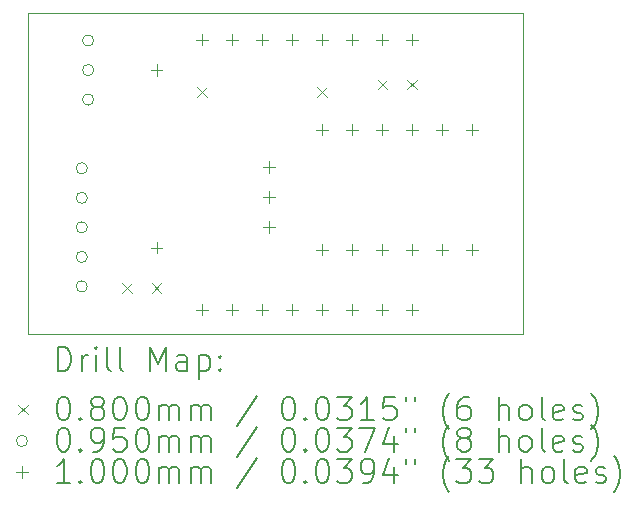
<source format=gbr>
%TF.GenerationSoftware,KiCad,Pcbnew,(6.0.8)*%
%TF.CreationDate,2022-10-25T11:26:18+02:00*%
%TF.ProjectId,MHI-AC-CTRL,4d48492d-4143-42d4-9354-524c2e6b6963,v2.3*%
%TF.SameCoordinates,Original*%
%TF.FileFunction,Drillmap*%
%TF.FilePolarity,Positive*%
%FSLAX45Y45*%
G04 Gerber Fmt 4.5, Leading zero omitted, Abs format (unit mm)*
G04 Created by KiCad (PCBNEW (6.0.8)) date 2022-10-25 11:26:18*
%MOMM*%
%LPD*%
G01*
G04 APERTURE LIST*
%ADD10C,0.100000*%
%ADD11C,0.200000*%
%ADD12C,0.080000*%
%ADD13C,0.095000*%
G04 APERTURE END LIST*
D10*
X12115800Y-6426200D02*
X7924800Y-6426200D01*
X7924800Y-3708400D02*
X12115800Y-3708400D01*
X7924800Y-6426200D02*
X7924800Y-3708400D01*
X12115800Y-3708400D02*
X12115800Y-6426200D01*
D11*
D12*
X8723000Y-6000120D02*
X8803000Y-6080120D01*
X8803000Y-6000120D02*
X8723000Y-6080120D01*
X8973000Y-6000120D02*
X9053000Y-6080120D01*
X9053000Y-6000120D02*
X8973000Y-6080120D01*
X9358000Y-4341500D02*
X9438000Y-4421500D01*
X9438000Y-4341500D02*
X9358000Y-4421500D01*
X10374000Y-4341500D02*
X10454000Y-4421500D01*
X10454000Y-4341500D02*
X10374000Y-4421500D01*
X10886000Y-4278000D02*
X10966000Y-4358000D01*
X10966000Y-4278000D02*
X10886000Y-4358000D01*
X11136000Y-4278000D02*
X11216000Y-4358000D01*
X11216000Y-4278000D02*
X11136000Y-4358000D01*
D13*
X8426120Y-5027040D02*
G75*
G03*
X8426120Y-5027040I-47500J0D01*
G01*
X8426120Y-5277040D02*
G75*
G03*
X8426120Y-5277040I-47500J0D01*
G01*
X8426120Y-5527040D02*
G75*
G03*
X8426120Y-5527040I-47500J0D01*
G01*
X8426120Y-5777040D02*
G75*
G03*
X8426120Y-5777040I-47500J0D01*
G01*
X8426120Y-6027040D02*
G75*
G03*
X8426120Y-6027040I-47500J0D01*
G01*
X8479860Y-3945000D02*
G75*
G03*
X8479860Y-3945000I-47500J0D01*
G01*
X8479860Y-4195000D02*
G75*
G03*
X8479860Y-4195000I-47500J0D01*
G01*
X8479860Y-4445000D02*
G75*
G03*
X8479860Y-4445000I-47500J0D01*
G01*
D10*
X9011920Y-4147920D02*
X9011920Y-4247920D01*
X8961920Y-4197920D02*
X9061920Y-4197920D01*
X9011920Y-5647920D02*
X9011920Y-5747920D01*
X8961920Y-5697920D02*
X9061920Y-5697920D01*
X9398000Y-3887000D02*
X9398000Y-3987000D01*
X9348000Y-3937000D02*
X9448000Y-3937000D01*
X9398000Y-6173000D02*
X9398000Y-6273000D01*
X9348000Y-6223000D02*
X9448000Y-6223000D01*
X9652000Y-3887000D02*
X9652000Y-3987000D01*
X9602000Y-3937000D02*
X9702000Y-3937000D01*
X9652000Y-6173000D02*
X9652000Y-6273000D01*
X9602000Y-6223000D02*
X9702000Y-6223000D01*
X9906000Y-3887000D02*
X9906000Y-3987000D01*
X9856000Y-3937000D02*
X9956000Y-3937000D01*
X9906000Y-6173000D02*
X9906000Y-6273000D01*
X9856000Y-6223000D02*
X9956000Y-6223000D01*
X9966960Y-4969040D02*
X9966960Y-5069040D01*
X9916960Y-5019040D02*
X10016960Y-5019040D01*
X9966960Y-5223040D02*
X9966960Y-5323040D01*
X9916960Y-5273040D02*
X10016960Y-5273040D01*
X9966960Y-5477040D02*
X9966960Y-5577040D01*
X9916960Y-5527040D02*
X10016960Y-5527040D01*
X10160000Y-3887000D02*
X10160000Y-3987000D01*
X10110000Y-3937000D02*
X10210000Y-3937000D01*
X10160000Y-6173000D02*
X10160000Y-6273000D01*
X10110000Y-6223000D02*
X10210000Y-6223000D01*
X10414000Y-3887000D02*
X10414000Y-3987000D01*
X10364000Y-3937000D02*
X10464000Y-3937000D01*
X10414000Y-4649000D02*
X10414000Y-4749000D01*
X10364000Y-4699000D02*
X10464000Y-4699000D01*
X10414000Y-5665000D02*
X10414000Y-5765000D01*
X10364000Y-5715000D02*
X10464000Y-5715000D01*
X10414000Y-6173000D02*
X10414000Y-6273000D01*
X10364000Y-6223000D02*
X10464000Y-6223000D01*
X10668000Y-3887000D02*
X10668000Y-3987000D01*
X10618000Y-3937000D02*
X10718000Y-3937000D01*
X10668000Y-4649000D02*
X10668000Y-4749000D01*
X10618000Y-4699000D02*
X10718000Y-4699000D01*
X10668000Y-5665000D02*
X10668000Y-5765000D01*
X10618000Y-5715000D02*
X10718000Y-5715000D01*
X10668000Y-6173000D02*
X10668000Y-6273000D01*
X10618000Y-6223000D02*
X10718000Y-6223000D01*
X10922000Y-3887000D02*
X10922000Y-3987000D01*
X10872000Y-3937000D02*
X10972000Y-3937000D01*
X10922000Y-4649000D02*
X10922000Y-4749000D01*
X10872000Y-4699000D02*
X10972000Y-4699000D01*
X10922000Y-5665000D02*
X10922000Y-5765000D01*
X10872000Y-5715000D02*
X10972000Y-5715000D01*
X10922000Y-6173000D02*
X10922000Y-6273000D01*
X10872000Y-6223000D02*
X10972000Y-6223000D01*
X11176000Y-3887000D02*
X11176000Y-3987000D01*
X11126000Y-3937000D02*
X11226000Y-3937000D01*
X11176000Y-4649000D02*
X11176000Y-4749000D01*
X11126000Y-4699000D02*
X11226000Y-4699000D01*
X11176000Y-5665000D02*
X11176000Y-5765000D01*
X11126000Y-5715000D02*
X11226000Y-5715000D01*
X11176000Y-6173000D02*
X11176000Y-6273000D01*
X11126000Y-6223000D02*
X11226000Y-6223000D01*
X11430000Y-4649000D02*
X11430000Y-4749000D01*
X11380000Y-4699000D02*
X11480000Y-4699000D01*
X11430000Y-5665000D02*
X11430000Y-5765000D01*
X11380000Y-5715000D02*
X11480000Y-5715000D01*
X11684000Y-4649000D02*
X11684000Y-4749000D01*
X11634000Y-4699000D02*
X11734000Y-4699000D01*
X11684000Y-5665000D02*
X11684000Y-5765000D01*
X11634000Y-5715000D02*
X11734000Y-5715000D01*
D11*
X8177419Y-6741676D02*
X8177419Y-6541676D01*
X8225038Y-6541676D01*
X8253609Y-6551200D01*
X8272657Y-6570248D01*
X8282181Y-6589295D01*
X8291705Y-6627390D01*
X8291705Y-6655962D01*
X8282181Y-6694057D01*
X8272657Y-6713105D01*
X8253609Y-6732152D01*
X8225038Y-6741676D01*
X8177419Y-6741676D01*
X8377419Y-6741676D02*
X8377419Y-6608343D01*
X8377419Y-6646438D02*
X8386943Y-6627390D01*
X8396467Y-6617867D01*
X8415514Y-6608343D01*
X8434562Y-6608343D01*
X8501229Y-6741676D02*
X8501229Y-6608343D01*
X8501229Y-6541676D02*
X8491705Y-6551200D01*
X8501229Y-6560724D01*
X8510752Y-6551200D01*
X8501229Y-6541676D01*
X8501229Y-6560724D01*
X8625038Y-6741676D02*
X8605990Y-6732152D01*
X8596467Y-6713105D01*
X8596467Y-6541676D01*
X8729800Y-6741676D02*
X8710752Y-6732152D01*
X8701229Y-6713105D01*
X8701229Y-6541676D01*
X8958371Y-6741676D02*
X8958371Y-6541676D01*
X9025038Y-6684533D01*
X9091705Y-6541676D01*
X9091705Y-6741676D01*
X9272657Y-6741676D02*
X9272657Y-6636914D01*
X9263133Y-6617867D01*
X9244086Y-6608343D01*
X9205990Y-6608343D01*
X9186943Y-6617867D01*
X9272657Y-6732152D02*
X9253610Y-6741676D01*
X9205990Y-6741676D01*
X9186943Y-6732152D01*
X9177419Y-6713105D01*
X9177419Y-6694057D01*
X9186943Y-6675009D01*
X9205990Y-6665486D01*
X9253610Y-6665486D01*
X9272657Y-6655962D01*
X9367895Y-6608343D02*
X9367895Y-6808343D01*
X9367895Y-6617867D02*
X9386943Y-6608343D01*
X9425038Y-6608343D01*
X9444086Y-6617867D01*
X9453610Y-6627390D01*
X9463133Y-6646438D01*
X9463133Y-6703581D01*
X9453610Y-6722628D01*
X9444086Y-6732152D01*
X9425038Y-6741676D01*
X9386943Y-6741676D01*
X9367895Y-6732152D01*
X9548848Y-6722628D02*
X9558371Y-6732152D01*
X9548848Y-6741676D01*
X9539324Y-6732152D01*
X9548848Y-6722628D01*
X9548848Y-6741676D01*
X9548848Y-6617867D02*
X9558371Y-6627390D01*
X9548848Y-6636914D01*
X9539324Y-6627390D01*
X9548848Y-6617867D01*
X9548848Y-6636914D01*
D12*
X7839800Y-7031200D02*
X7919800Y-7111200D01*
X7919800Y-7031200D02*
X7839800Y-7111200D01*
D11*
X8215514Y-6961676D02*
X8234562Y-6961676D01*
X8253609Y-6971200D01*
X8263133Y-6980724D01*
X8272657Y-6999771D01*
X8282181Y-7037867D01*
X8282181Y-7085486D01*
X8272657Y-7123581D01*
X8263133Y-7142628D01*
X8253609Y-7152152D01*
X8234562Y-7161676D01*
X8215514Y-7161676D01*
X8196467Y-7152152D01*
X8186943Y-7142628D01*
X8177419Y-7123581D01*
X8167895Y-7085486D01*
X8167895Y-7037867D01*
X8177419Y-6999771D01*
X8186943Y-6980724D01*
X8196467Y-6971200D01*
X8215514Y-6961676D01*
X8367895Y-7142628D02*
X8377419Y-7152152D01*
X8367895Y-7161676D01*
X8358371Y-7152152D01*
X8367895Y-7142628D01*
X8367895Y-7161676D01*
X8491705Y-7047390D02*
X8472657Y-7037867D01*
X8463133Y-7028343D01*
X8453610Y-7009295D01*
X8453610Y-6999771D01*
X8463133Y-6980724D01*
X8472657Y-6971200D01*
X8491705Y-6961676D01*
X8529800Y-6961676D01*
X8548848Y-6971200D01*
X8558371Y-6980724D01*
X8567895Y-6999771D01*
X8567895Y-7009295D01*
X8558371Y-7028343D01*
X8548848Y-7037867D01*
X8529800Y-7047390D01*
X8491705Y-7047390D01*
X8472657Y-7056914D01*
X8463133Y-7066438D01*
X8453610Y-7085486D01*
X8453610Y-7123581D01*
X8463133Y-7142628D01*
X8472657Y-7152152D01*
X8491705Y-7161676D01*
X8529800Y-7161676D01*
X8548848Y-7152152D01*
X8558371Y-7142628D01*
X8567895Y-7123581D01*
X8567895Y-7085486D01*
X8558371Y-7066438D01*
X8548848Y-7056914D01*
X8529800Y-7047390D01*
X8691705Y-6961676D02*
X8710752Y-6961676D01*
X8729800Y-6971200D01*
X8739324Y-6980724D01*
X8748848Y-6999771D01*
X8758371Y-7037867D01*
X8758371Y-7085486D01*
X8748848Y-7123581D01*
X8739324Y-7142628D01*
X8729800Y-7152152D01*
X8710752Y-7161676D01*
X8691705Y-7161676D01*
X8672657Y-7152152D01*
X8663133Y-7142628D01*
X8653610Y-7123581D01*
X8644086Y-7085486D01*
X8644086Y-7037867D01*
X8653610Y-6999771D01*
X8663133Y-6980724D01*
X8672657Y-6971200D01*
X8691705Y-6961676D01*
X8882181Y-6961676D02*
X8901229Y-6961676D01*
X8920276Y-6971200D01*
X8929800Y-6980724D01*
X8939324Y-6999771D01*
X8948848Y-7037867D01*
X8948848Y-7085486D01*
X8939324Y-7123581D01*
X8929800Y-7142628D01*
X8920276Y-7152152D01*
X8901229Y-7161676D01*
X8882181Y-7161676D01*
X8863133Y-7152152D01*
X8853610Y-7142628D01*
X8844086Y-7123581D01*
X8834562Y-7085486D01*
X8834562Y-7037867D01*
X8844086Y-6999771D01*
X8853610Y-6980724D01*
X8863133Y-6971200D01*
X8882181Y-6961676D01*
X9034562Y-7161676D02*
X9034562Y-7028343D01*
X9034562Y-7047390D02*
X9044086Y-7037867D01*
X9063133Y-7028343D01*
X9091705Y-7028343D01*
X9110752Y-7037867D01*
X9120276Y-7056914D01*
X9120276Y-7161676D01*
X9120276Y-7056914D02*
X9129800Y-7037867D01*
X9148848Y-7028343D01*
X9177419Y-7028343D01*
X9196467Y-7037867D01*
X9205990Y-7056914D01*
X9205990Y-7161676D01*
X9301229Y-7161676D02*
X9301229Y-7028343D01*
X9301229Y-7047390D02*
X9310752Y-7037867D01*
X9329800Y-7028343D01*
X9358371Y-7028343D01*
X9377419Y-7037867D01*
X9386943Y-7056914D01*
X9386943Y-7161676D01*
X9386943Y-7056914D02*
X9396467Y-7037867D01*
X9415514Y-7028343D01*
X9444086Y-7028343D01*
X9463133Y-7037867D01*
X9472657Y-7056914D01*
X9472657Y-7161676D01*
X9863133Y-6952152D02*
X9691705Y-7209295D01*
X10120276Y-6961676D02*
X10139324Y-6961676D01*
X10158371Y-6971200D01*
X10167895Y-6980724D01*
X10177419Y-6999771D01*
X10186943Y-7037867D01*
X10186943Y-7085486D01*
X10177419Y-7123581D01*
X10167895Y-7142628D01*
X10158371Y-7152152D01*
X10139324Y-7161676D01*
X10120276Y-7161676D01*
X10101229Y-7152152D01*
X10091705Y-7142628D01*
X10082181Y-7123581D01*
X10072657Y-7085486D01*
X10072657Y-7037867D01*
X10082181Y-6999771D01*
X10091705Y-6980724D01*
X10101229Y-6971200D01*
X10120276Y-6961676D01*
X10272657Y-7142628D02*
X10282181Y-7152152D01*
X10272657Y-7161676D01*
X10263133Y-7152152D01*
X10272657Y-7142628D01*
X10272657Y-7161676D01*
X10405990Y-6961676D02*
X10425038Y-6961676D01*
X10444086Y-6971200D01*
X10453610Y-6980724D01*
X10463133Y-6999771D01*
X10472657Y-7037867D01*
X10472657Y-7085486D01*
X10463133Y-7123581D01*
X10453610Y-7142628D01*
X10444086Y-7152152D01*
X10425038Y-7161676D01*
X10405990Y-7161676D01*
X10386943Y-7152152D01*
X10377419Y-7142628D01*
X10367895Y-7123581D01*
X10358371Y-7085486D01*
X10358371Y-7037867D01*
X10367895Y-6999771D01*
X10377419Y-6980724D01*
X10386943Y-6971200D01*
X10405990Y-6961676D01*
X10539324Y-6961676D02*
X10663133Y-6961676D01*
X10596467Y-7037867D01*
X10625038Y-7037867D01*
X10644086Y-7047390D01*
X10653610Y-7056914D01*
X10663133Y-7075962D01*
X10663133Y-7123581D01*
X10653610Y-7142628D01*
X10644086Y-7152152D01*
X10625038Y-7161676D01*
X10567895Y-7161676D01*
X10548848Y-7152152D01*
X10539324Y-7142628D01*
X10853610Y-7161676D02*
X10739324Y-7161676D01*
X10796467Y-7161676D02*
X10796467Y-6961676D01*
X10777419Y-6990248D01*
X10758371Y-7009295D01*
X10739324Y-7018819D01*
X11034562Y-6961676D02*
X10939324Y-6961676D01*
X10929800Y-7056914D01*
X10939324Y-7047390D01*
X10958371Y-7037867D01*
X11005990Y-7037867D01*
X11025038Y-7047390D01*
X11034562Y-7056914D01*
X11044086Y-7075962D01*
X11044086Y-7123581D01*
X11034562Y-7142628D01*
X11025038Y-7152152D01*
X11005990Y-7161676D01*
X10958371Y-7161676D01*
X10939324Y-7152152D01*
X10929800Y-7142628D01*
X11120276Y-6961676D02*
X11120276Y-6999771D01*
X11196467Y-6961676D02*
X11196467Y-6999771D01*
X11491705Y-7237867D02*
X11482181Y-7228343D01*
X11463133Y-7199771D01*
X11453609Y-7180724D01*
X11444086Y-7152152D01*
X11434562Y-7104533D01*
X11434562Y-7066438D01*
X11444086Y-7018819D01*
X11453609Y-6990248D01*
X11463133Y-6971200D01*
X11482181Y-6942628D01*
X11491705Y-6933105D01*
X11653609Y-6961676D02*
X11615514Y-6961676D01*
X11596467Y-6971200D01*
X11586943Y-6980724D01*
X11567895Y-7009295D01*
X11558371Y-7047390D01*
X11558371Y-7123581D01*
X11567895Y-7142628D01*
X11577419Y-7152152D01*
X11596467Y-7161676D01*
X11634562Y-7161676D01*
X11653609Y-7152152D01*
X11663133Y-7142628D01*
X11672657Y-7123581D01*
X11672657Y-7075962D01*
X11663133Y-7056914D01*
X11653609Y-7047390D01*
X11634562Y-7037867D01*
X11596467Y-7037867D01*
X11577419Y-7047390D01*
X11567895Y-7056914D01*
X11558371Y-7075962D01*
X11910752Y-7161676D02*
X11910752Y-6961676D01*
X11996467Y-7161676D02*
X11996467Y-7056914D01*
X11986943Y-7037867D01*
X11967895Y-7028343D01*
X11939324Y-7028343D01*
X11920276Y-7037867D01*
X11910752Y-7047390D01*
X12120276Y-7161676D02*
X12101228Y-7152152D01*
X12091705Y-7142628D01*
X12082181Y-7123581D01*
X12082181Y-7066438D01*
X12091705Y-7047390D01*
X12101228Y-7037867D01*
X12120276Y-7028343D01*
X12148848Y-7028343D01*
X12167895Y-7037867D01*
X12177419Y-7047390D01*
X12186943Y-7066438D01*
X12186943Y-7123581D01*
X12177419Y-7142628D01*
X12167895Y-7152152D01*
X12148848Y-7161676D01*
X12120276Y-7161676D01*
X12301228Y-7161676D02*
X12282181Y-7152152D01*
X12272657Y-7133105D01*
X12272657Y-6961676D01*
X12453609Y-7152152D02*
X12434562Y-7161676D01*
X12396467Y-7161676D01*
X12377419Y-7152152D01*
X12367895Y-7133105D01*
X12367895Y-7056914D01*
X12377419Y-7037867D01*
X12396467Y-7028343D01*
X12434562Y-7028343D01*
X12453609Y-7037867D01*
X12463133Y-7056914D01*
X12463133Y-7075962D01*
X12367895Y-7095009D01*
X12539324Y-7152152D02*
X12558371Y-7161676D01*
X12596467Y-7161676D01*
X12615514Y-7152152D01*
X12625038Y-7133105D01*
X12625038Y-7123581D01*
X12615514Y-7104533D01*
X12596467Y-7095009D01*
X12567895Y-7095009D01*
X12548848Y-7085486D01*
X12539324Y-7066438D01*
X12539324Y-7056914D01*
X12548848Y-7037867D01*
X12567895Y-7028343D01*
X12596467Y-7028343D01*
X12615514Y-7037867D01*
X12691705Y-7237867D02*
X12701228Y-7228343D01*
X12720276Y-7199771D01*
X12729800Y-7180724D01*
X12739324Y-7152152D01*
X12748848Y-7104533D01*
X12748848Y-7066438D01*
X12739324Y-7018819D01*
X12729800Y-6990248D01*
X12720276Y-6971200D01*
X12701228Y-6942628D01*
X12691705Y-6933105D01*
D13*
X7919800Y-7335200D02*
G75*
G03*
X7919800Y-7335200I-47500J0D01*
G01*
D11*
X8215514Y-7225676D02*
X8234562Y-7225676D01*
X8253609Y-7235200D01*
X8263133Y-7244724D01*
X8272657Y-7263771D01*
X8282181Y-7301867D01*
X8282181Y-7349486D01*
X8272657Y-7387581D01*
X8263133Y-7406628D01*
X8253609Y-7416152D01*
X8234562Y-7425676D01*
X8215514Y-7425676D01*
X8196467Y-7416152D01*
X8186943Y-7406628D01*
X8177419Y-7387581D01*
X8167895Y-7349486D01*
X8167895Y-7301867D01*
X8177419Y-7263771D01*
X8186943Y-7244724D01*
X8196467Y-7235200D01*
X8215514Y-7225676D01*
X8367895Y-7406628D02*
X8377419Y-7416152D01*
X8367895Y-7425676D01*
X8358371Y-7416152D01*
X8367895Y-7406628D01*
X8367895Y-7425676D01*
X8472657Y-7425676D02*
X8510752Y-7425676D01*
X8529800Y-7416152D01*
X8539324Y-7406628D01*
X8558371Y-7378057D01*
X8567895Y-7339962D01*
X8567895Y-7263771D01*
X8558371Y-7244724D01*
X8548848Y-7235200D01*
X8529800Y-7225676D01*
X8491705Y-7225676D01*
X8472657Y-7235200D01*
X8463133Y-7244724D01*
X8453610Y-7263771D01*
X8453610Y-7311390D01*
X8463133Y-7330438D01*
X8472657Y-7339962D01*
X8491705Y-7349486D01*
X8529800Y-7349486D01*
X8548848Y-7339962D01*
X8558371Y-7330438D01*
X8567895Y-7311390D01*
X8748848Y-7225676D02*
X8653610Y-7225676D01*
X8644086Y-7320914D01*
X8653610Y-7311390D01*
X8672657Y-7301867D01*
X8720276Y-7301867D01*
X8739324Y-7311390D01*
X8748848Y-7320914D01*
X8758371Y-7339962D01*
X8758371Y-7387581D01*
X8748848Y-7406628D01*
X8739324Y-7416152D01*
X8720276Y-7425676D01*
X8672657Y-7425676D01*
X8653610Y-7416152D01*
X8644086Y-7406628D01*
X8882181Y-7225676D02*
X8901229Y-7225676D01*
X8920276Y-7235200D01*
X8929800Y-7244724D01*
X8939324Y-7263771D01*
X8948848Y-7301867D01*
X8948848Y-7349486D01*
X8939324Y-7387581D01*
X8929800Y-7406628D01*
X8920276Y-7416152D01*
X8901229Y-7425676D01*
X8882181Y-7425676D01*
X8863133Y-7416152D01*
X8853610Y-7406628D01*
X8844086Y-7387581D01*
X8834562Y-7349486D01*
X8834562Y-7301867D01*
X8844086Y-7263771D01*
X8853610Y-7244724D01*
X8863133Y-7235200D01*
X8882181Y-7225676D01*
X9034562Y-7425676D02*
X9034562Y-7292343D01*
X9034562Y-7311390D02*
X9044086Y-7301867D01*
X9063133Y-7292343D01*
X9091705Y-7292343D01*
X9110752Y-7301867D01*
X9120276Y-7320914D01*
X9120276Y-7425676D01*
X9120276Y-7320914D02*
X9129800Y-7301867D01*
X9148848Y-7292343D01*
X9177419Y-7292343D01*
X9196467Y-7301867D01*
X9205990Y-7320914D01*
X9205990Y-7425676D01*
X9301229Y-7425676D02*
X9301229Y-7292343D01*
X9301229Y-7311390D02*
X9310752Y-7301867D01*
X9329800Y-7292343D01*
X9358371Y-7292343D01*
X9377419Y-7301867D01*
X9386943Y-7320914D01*
X9386943Y-7425676D01*
X9386943Y-7320914D02*
X9396467Y-7301867D01*
X9415514Y-7292343D01*
X9444086Y-7292343D01*
X9463133Y-7301867D01*
X9472657Y-7320914D01*
X9472657Y-7425676D01*
X9863133Y-7216152D02*
X9691705Y-7473295D01*
X10120276Y-7225676D02*
X10139324Y-7225676D01*
X10158371Y-7235200D01*
X10167895Y-7244724D01*
X10177419Y-7263771D01*
X10186943Y-7301867D01*
X10186943Y-7349486D01*
X10177419Y-7387581D01*
X10167895Y-7406628D01*
X10158371Y-7416152D01*
X10139324Y-7425676D01*
X10120276Y-7425676D01*
X10101229Y-7416152D01*
X10091705Y-7406628D01*
X10082181Y-7387581D01*
X10072657Y-7349486D01*
X10072657Y-7301867D01*
X10082181Y-7263771D01*
X10091705Y-7244724D01*
X10101229Y-7235200D01*
X10120276Y-7225676D01*
X10272657Y-7406628D02*
X10282181Y-7416152D01*
X10272657Y-7425676D01*
X10263133Y-7416152D01*
X10272657Y-7406628D01*
X10272657Y-7425676D01*
X10405990Y-7225676D02*
X10425038Y-7225676D01*
X10444086Y-7235200D01*
X10453610Y-7244724D01*
X10463133Y-7263771D01*
X10472657Y-7301867D01*
X10472657Y-7349486D01*
X10463133Y-7387581D01*
X10453610Y-7406628D01*
X10444086Y-7416152D01*
X10425038Y-7425676D01*
X10405990Y-7425676D01*
X10386943Y-7416152D01*
X10377419Y-7406628D01*
X10367895Y-7387581D01*
X10358371Y-7349486D01*
X10358371Y-7301867D01*
X10367895Y-7263771D01*
X10377419Y-7244724D01*
X10386943Y-7235200D01*
X10405990Y-7225676D01*
X10539324Y-7225676D02*
X10663133Y-7225676D01*
X10596467Y-7301867D01*
X10625038Y-7301867D01*
X10644086Y-7311390D01*
X10653610Y-7320914D01*
X10663133Y-7339962D01*
X10663133Y-7387581D01*
X10653610Y-7406628D01*
X10644086Y-7416152D01*
X10625038Y-7425676D01*
X10567895Y-7425676D01*
X10548848Y-7416152D01*
X10539324Y-7406628D01*
X10729800Y-7225676D02*
X10863133Y-7225676D01*
X10777419Y-7425676D01*
X11025038Y-7292343D02*
X11025038Y-7425676D01*
X10977419Y-7216152D02*
X10929800Y-7359009D01*
X11053610Y-7359009D01*
X11120276Y-7225676D02*
X11120276Y-7263771D01*
X11196467Y-7225676D02*
X11196467Y-7263771D01*
X11491705Y-7501867D02*
X11482181Y-7492343D01*
X11463133Y-7463771D01*
X11453609Y-7444724D01*
X11444086Y-7416152D01*
X11434562Y-7368533D01*
X11434562Y-7330438D01*
X11444086Y-7282819D01*
X11453609Y-7254248D01*
X11463133Y-7235200D01*
X11482181Y-7206628D01*
X11491705Y-7197105D01*
X11596467Y-7311390D02*
X11577419Y-7301867D01*
X11567895Y-7292343D01*
X11558371Y-7273295D01*
X11558371Y-7263771D01*
X11567895Y-7244724D01*
X11577419Y-7235200D01*
X11596467Y-7225676D01*
X11634562Y-7225676D01*
X11653609Y-7235200D01*
X11663133Y-7244724D01*
X11672657Y-7263771D01*
X11672657Y-7273295D01*
X11663133Y-7292343D01*
X11653609Y-7301867D01*
X11634562Y-7311390D01*
X11596467Y-7311390D01*
X11577419Y-7320914D01*
X11567895Y-7330438D01*
X11558371Y-7349486D01*
X11558371Y-7387581D01*
X11567895Y-7406628D01*
X11577419Y-7416152D01*
X11596467Y-7425676D01*
X11634562Y-7425676D01*
X11653609Y-7416152D01*
X11663133Y-7406628D01*
X11672657Y-7387581D01*
X11672657Y-7349486D01*
X11663133Y-7330438D01*
X11653609Y-7320914D01*
X11634562Y-7311390D01*
X11910752Y-7425676D02*
X11910752Y-7225676D01*
X11996467Y-7425676D02*
X11996467Y-7320914D01*
X11986943Y-7301867D01*
X11967895Y-7292343D01*
X11939324Y-7292343D01*
X11920276Y-7301867D01*
X11910752Y-7311390D01*
X12120276Y-7425676D02*
X12101228Y-7416152D01*
X12091705Y-7406628D01*
X12082181Y-7387581D01*
X12082181Y-7330438D01*
X12091705Y-7311390D01*
X12101228Y-7301867D01*
X12120276Y-7292343D01*
X12148848Y-7292343D01*
X12167895Y-7301867D01*
X12177419Y-7311390D01*
X12186943Y-7330438D01*
X12186943Y-7387581D01*
X12177419Y-7406628D01*
X12167895Y-7416152D01*
X12148848Y-7425676D01*
X12120276Y-7425676D01*
X12301228Y-7425676D02*
X12282181Y-7416152D01*
X12272657Y-7397105D01*
X12272657Y-7225676D01*
X12453609Y-7416152D02*
X12434562Y-7425676D01*
X12396467Y-7425676D01*
X12377419Y-7416152D01*
X12367895Y-7397105D01*
X12367895Y-7320914D01*
X12377419Y-7301867D01*
X12396467Y-7292343D01*
X12434562Y-7292343D01*
X12453609Y-7301867D01*
X12463133Y-7320914D01*
X12463133Y-7339962D01*
X12367895Y-7359009D01*
X12539324Y-7416152D02*
X12558371Y-7425676D01*
X12596467Y-7425676D01*
X12615514Y-7416152D01*
X12625038Y-7397105D01*
X12625038Y-7387581D01*
X12615514Y-7368533D01*
X12596467Y-7359009D01*
X12567895Y-7359009D01*
X12548848Y-7349486D01*
X12539324Y-7330438D01*
X12539324Y-7320914D01*
X12548848Y-7301867D01*
X12567895Y-7292343D01*
X12596467Y-7292343D01*
X12615514Y-7301867D01*
X12691705Y-7501867D02*
X12701228Y-7492343D01*
X12720276Y-7463771D01*
X12729800Y-7444724D01*
X12739324Y-7416152D01*
X12748848Y-7368533D01*
X12748848Y-7330438D01*
X12739324Y-7282819D01*
X12729800Y-7254248D01*
X12720276Y-7235200D01*
X12701228Y-7206628D01*
X12691705Y-7197105D01*
D10*
X7869800Y-7549200D02*
X7869800Y-7649200D01*
X7819800Y-7599200D02*
X7919800Y-7599200D01*
D11*
X8282181Y-7689676D02*
X8167895Y-7689676D01*
X8225038Y-7689676D02*
X8225038Y-7489676D01*
X8205990Y-7518248D01*
X8186943Y-7537295D01*
X8167895Y-7546819D01*
X8367895Y-7670628D02*
X8377419Y-7680152D01*
X8367895Y-7689676D01*
X8358371Y-7680152D01*
X8367895Y-7670628D01*
X8367895Y-7689676D01*
X8501229Y-7489676D02*
X8520276Y-7489676D01*
X8539324Y-7499200D01*
X8548848Y-7508724D01*
X8558371Y-7527771D01*
X8567895Y-7565867D01*
X8567895Y-7613486D01*
X8558371Y-7651581D01*
X8548848Y-7670628D01*
X8539324Y-7680152D01*
X8520276Y-7689676D01*
X8501229Y-7689676D01*
X8482181Y-7680152D01*
X8472657Y-7670628D01*
X8463133Y-7651581D01*
X8453610Y-7613486D01*
X8453610Y-7565867D01*
X8463133Y-7527771D01*
X8472657Y-7508724D01*
X8482181Y-7499200D01*
X8501229Y-7489676D01*
X8691705Y-7489676D02*
X8710752Y-7489676D01*
X8729800Y-7499200D01*
X8739324Y-7508724D01*
X8748848Y-7527771D01*
X8758371Y-7565867D01*
X8758371Y-7613486D01*
X8748848Y-7651581D01*
X8739324Y-7670628D01*
X8729800Y-7680152D01*
X8710752Y-7689676D01*
X8691705Y-7689676D01*
X8672657Y-7680152D01*
X8663133Y-7670628D01*
X8653610Y-7651581D01*
X8644086Y-7613486D01*
X8644086Y-7565867D01*
X8653610Y-7527771D01*
X8663133Y-7508724D01*
X8672657Y-7499200D01*
X8691705Y-7489676D01*
X8882181Y-7489676D02*
X8901229Y-7489676D01*
X8920276Y-7499200D01*
X8929800Y-7508724D01*
X8939324Y-7527771D01*
X8948848Y-7565867D01*
X8948848Y-7613486D01*
X8939324Y-7651581D01*
X8929800Y-7670628D01*
X8920276Y-7680152D01*
X8901229Y-7689676D01*
X8882181Y-7689676D01*
X8863133Y-7680152D01*
X8853610Y-7670628D01*
X8844086Y-7651581D01*
X8834562Y-7613486D01*
X8834562Y-7565867D01*
X8844086Y-7527771D01*
X8853610Y-7508724D01*
X8863133Y-7499200D01*
X8882181Y-7489676D01*
X9034562Y-7689676D02*
X9034562Y-7556343D01*
X9034562Y-7575390D02*
X9044086Y-7565867D01*
X9063133Y-7556343D01*
X9091705Y-7556343D01*
X9110752Y-7565867D01*
X9120276Y-7584914D01*
X9120276Y-7689676D01*
X9120276Y-7584914D02*
X9129800Y-7565867D01*
X9148848Y-7556343D01*
X9177419Y-7556343D01*
X9196467Y-7565867D01*
X9205990Y-7584914D01*
X9205990Y-7689676D01*
X9301229Y-7689676D02*
X9301229Y-7556343D01*
X9301229Y-7575390D02*
X9310752Y-7565867D01*
X9329800Y-7556343D01*
X9358371Y-7556343D01*
X9377419Y-7565867D01*
X9386943Y-7584914D01*
X9386943Y-7689676D01*
X9386943Y-7584914D02*
X9396467Y-7565867D01*
X9415514Y-7556343D01*
X9444086Y-7556343D01*
X9463133Y-7565867D01*
X9472657Y-7584914D01*
X9472657Y-7689676D01*
X9863133Y-7480152D02*
X9691705Y-7737295D01*
X10120276Y-7489676D02*
X10139324Y-7489676D01*
X10158371Y-7499200D01*
X10167895Y-7508724D01*
X10177419Y-7527771D01*
X10186943Y-7565867D01*
X10186943Y-7613486D01*
X10177419Y-7651581D01*
X10167895Y-7670628D01*
X10158371Y-7680152D01*
X10139324Y-7689676D01*
X10120276Y-7689676D01*
X10101229Y-7680152D01*
X10091705Y-7670628D01*
X10082181Y-7651581D01*
X10072657Y-7613486D01*
X10072657Y-7565867D01*
X10082181Y-7527771D01*
X10091705Y-7508724D01*
X10101229Y-7499200D01*
X10120276Y-7489676D01*
X10272657Y-7670628D02*
X10282181Y-7680152D01*
X10272657Y-7689676D01*
X10263133Y-7680152D01*
X10272657Y-7670628D01*
X10272657Y-7689676D01*
X10405990Y-7489676D02*
X10425038Y-7489676D01*
X10444086Y-7499200D01*
X10453610Y-7508724D01*
X10463133Y-7527771D01*
X10472657Y-7565867D01*
X10472657Y-7613486D01*
X10463133Y-7651581D01*
X10453610Y-7670628D01*
X10444086Y-7680152D01*
X10425038Y-7689676D01*
X10405990Y-7689676D01*
X10386943Y-7680152D01*
X10377419Y-7670628D01*
X10367895Y-7651581D01*
X10358371Y-7613486D01*
X10358371Y-7565867D01*
X10367895Y-7527771D01*
X10377419Y-7508724D01*
X10386943Y-7499200D01*
X10405990Y-7489676D01*
X10539324Y-7489676D02*
X10663133Y-7489676D01*
X10596467Y-7565867D01*
X10625038Y-7565867D01*
X10644086Y-7575390D01*
X10653610Y-7584914D01*
X10663133Y-7603962D01*
X10663133Y-7651581D01*
X10653610Y-7670628D01*
X10644086Y-7680152D01*
X10625038Y-7689676D01*
X10567895Y-7689676D01*
X10548848Y-7680152D01*
X10539324Y-7670628D01*
X10758371Y-7689676D02*
X10796467Y-7689676D01*
X10815514Y-7680152D01*
X10825038Y-7670628D01*
X10844086Y-7642057D01*
X10853610Y-7603962D01*
X10853610Y-7527771D01*
X10844086Y-7508724D01*
X10834562Y-7499200D01*
X10815514Y-7489676D01*
X10777419Y-7489676D01*
X10758371Y-7499200D01*
X10748848Y-7508724D01*
X10739324Y-7527771D01*
X10739324Y-7575390D01*
X10748848Y-7594438D01*
X10758371Y-7603962D01*
X10777419Y-7613486D01*
X10815514Y-7613486D01*
X10834562Y-7603962D01*
X10844086Y-7594438D01*
X10853610Y-7575390D01*
X11025038Y-7556343D02*
X11025038Y-7689676D01*
X10977419Y-7480152D02*
X10929800Y-7623009D01*
X11053610Y-7623009D01*
X11120276Y-7489676D02*
X11120276Y-7527771D01*
X11196467Y-7489676D02*
X11196467Y-7527771D01*
X11491705Y-7765867D02*
X11482181Y-7756343D01*
X11463133Y-7727771D01*
X11453609Y-7708724D01*
X11444086Y-7680152D01*
X11434562Y-7632533D01*
X11434562Y-7594438D01*
X11444086Y-7546819D01*
X11453609Y-7518248D01*
X11463133Y-7499200D01*
X11482181Y-7470628D01*
X11491705Y-7461105D01*
X11548848Y-7489676D02*
X11672657Y-7489676D01*
X11605990Y-7565867D01*
X11634562Y-7565867D01*
X11653609Y-7575390D01*
X11663133Y-7584914D01*
X11672657Y-7603962D01*
X11672657Y-7651581D01*
X11663133Y-7670628D01*
X11653609Y-7680152D01*
X11634562Y-7689676D01*
X11577419Y-7689676D01*
X11558371Y-7680152D01*
X11548848Y-7670628D01*
X11739324Y-7489676D02*
X11863133Y-7489676D01*
X11796467Y-7565867D01*
X11825038Y-7565867D01*
X11844086Y-7575390D01*
X11853609Y-7584914D01*
X11863133Y-7603962D01*
X11863133Y-7651581D01*
X11853609Y-7670628D01*
X11844086Y-7680152D01*
X11825038Y-7689676D01*
X11767895Y-7689676D01*
X11748848Y-7680152D01*
X11739324Y-7670628D01*
X12101228Y-7689676D02*
X12101228Y-7489676D01*
X12186943Y-7689676D02*
X12186943Y-7584914D01*
X12177419Y-7565867D01*
X12158371Y-7556343D01*
X12129800Y-7556343D01*
X12110752Y-7565867D01*
X12101228Y-7575390D01*
X12310752Y-7689676D02*
X12291705Y-7680152D01*
X12282181Y-7670628D01*
X12272657Y-7651581D01*
X12272657Y-7594438D01*
X12282181Y-7575390D01*
X12291705Y-7565867D01*
X12310752Y-7556343D01*
X12339324Y-7556343D01*
X12358371Y-7565867D01*
X12367895Y-7575390D01*
X12377419Y-7594438D01*
X12377419Y-7651581D01*
X12367895Y-7670628D01*
X12358371Y-7680152D01*
X12339324Y-7689676D01*
X12310752Y-7689676D01*
X12491705Y-7689676D02*
X12472657Y-7680152D01*
X12463133Y-7661105D01*
X12463133Y-7489676D01*
X12644086Y-7680152D02*
X12625038Y-7689676D01*
X12586943Y-7689676D01*
X12567895Y-7680152D01*
X12558371Y-7661105D01*
X12558371Y-7584914D01*
X12567895Y-7565867D01*
X12586943Y-7556343D01*
X12625038Y-7556343D01*
X12644086Y-7565867D01*
X12653609Y-7584914D01*
X12653609Y-7603962D01*
X12558371Y-7623009D01*
X12729800Y-7680152D02*
X12748848Y-7689676D01*
X12786943Y-7689676D01*
X12805990Y-7680152D01*
X12815514Y-7661105D01*
X12815514Y-7651581D01*
X12805990Y-7632533D01*
X12786943Y-7623009D01*
X12758371Y-7623009D01*
X12739324Y-7613486D01*
X12729800Y-7594438D01*
X12729800Y-7584914D01*
X12739324Y-7565867D01*
X12758371Y-7556343D01*
X12786943Y-7556343D01*
X12805990Y-7565867D01*
X12882181Y-7765867D02*
X12891705Y-7756343D01*
X12910752Y-7727771D01*
X12920276Y-7708724D01*
X12929800Y-7680152D01*
X12939324Y-7632533D01*
X12939324Y-7594438D01*
X12929800Y-7546819D01*
X12920276Y-7518248D01*
X12910752Y-7499200D01*
X12891705Y-7470628D01*
X12882181Y-7461105D01*
M02*

</source>
